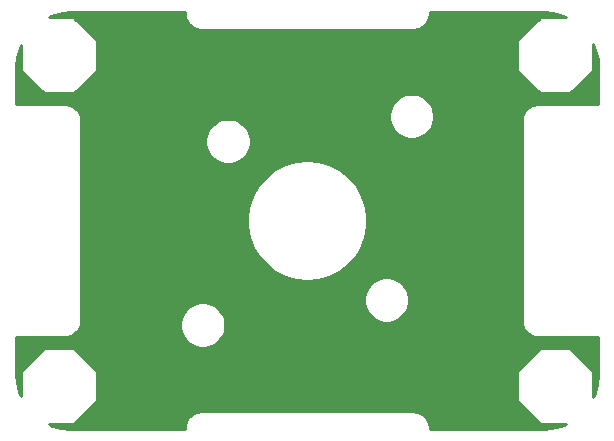
<source format=gbl>
G04 #@! TF.GenerationSoftware,KiCad,Pcbnew,(5.1.9)-1*
G04 #@! TF.CreationDate,2021-08-06T09:52:32+02:00*
G04 #@! TF.ProjectId,Driver,44726976-6572-42e6-9b69-6361645f7063,rev?*
G04 #@! TF.SameCoordinates,Original*
G04 #@! TF.FileFunction,Copper,L2,Bot*
G04 #@! TF.FilePolarity,Positive*
%FSLAX46Y46*%
G04 Gerber Fmt 4.6, Leading zero omitted, Abs format (unit mm)*
G04 Created by KiCad (PCBNEW (5.1.9)-1) date 2021-08-06 09:52:32*
%MOMM*%
%LPD*%
G01*
G04 APERTURE LIST*
G04 #@! TA.AperFunction,SMDPad,CuDef*
%ADD10C,0.600000*%
G04 #@! TD*
G04 #@! TA.AperFunction,Conductor*
%ADD11C,0.254000*%
G04 #@! TD*
G04 #@! TA.AperFunction,Conductor*
%ADD12C,0.100000*%
G04 #@! TD*
G04 APERTURE END LIST*
D10*
X165617904Y-83013591D03*
D11*
X131265905Y-76030883D02*
X131267419Y-76046260D01*
X131267376Y-76052475D01*
X131267856Y-76057367D01*
X131288257Y-76251464D01*
X131294676Y-76282736D01*
X131300650Y-76314053D01*
X131302071Y-76318758D01*
X131359783Y-76505196D01*
X131372130Y-76534567D01*
X131384097Y-76564187D01*
X131386404Y-76568526D01*
X131479229Y-76740203D01*
X131497062Y-76766641D01*
X131514539Y-76793349D01*
X131517646Y-76797158D01*
X131642050Y-76947536D01*
X131664663Y-76969991D01*
X131687008Y-76992810D01*
X131690796Y-76995942D01*
X131842038Y-77119292D01*
X131868580Y-77136927D01*
X131894935Y-77154972D01*
X131899258Y-77157310D01*
X132071581Y-77248935D01*
X132101071Y-77261090D01*
X132130400Y-77273660D01*
X132135095Y-77275114D01*
X132321931Y-77331523D01*
X132353208Y-77337716D01*
X132384432Y-77344353D01*
X132389320Y-77344866D01*
X132583554Y-77363911D01*
X132600612Y-77365591D01*
X150635196Y-77365591D01*
X150650582Y-77364076D01*
X150656788Y-77364119D01*
X150661680Y-77363639D01*
X150855777Y-77343238D01*
X150887049Y-77336819D01*
X150918366Y-77330845D01*
X150923069Y-77329425D01*
X150923075Y-77329423D01*
X151109509Y-77271712D01*
X151138880Y-77259365D01*
X151168500Y-77247398D01*
X151172839Y-77245091D01*
X151344516Y-77152266D01*
X151370954Y-77134433D01*
X151397662Y-77116956D01*
X151401471Y-77113849D01*
X151551849Y-76989445D01*
X151574304Y-76966832D01*
X151597123Y-76944487D01*
X151600255Y-76940699D01*
X151723605Y-76789457D01*
X151741240Y-76762915D01*
X151759285Y-76736560D01*
X151761623Y-76732237D01*
X151853248Y-76559914D01*
X151865403Y-76530424D01*
X151877973Y-76501095D01*
X151879427Y-76496400D01*
X151935836Y-76309564D01*
X151942029Y-76278287D01*
X151948666Y-76247063D01*
X151949179Y-76242175D01*
X151968224Y-76047941D01*
X151969904Y-76030883D01*
X151969904Y-75865591D01*
X161602232Y-75865591D01*
X162440746Y-75940426D01*
X163237579Y-76158415D01*
X163524500Y-76295270D01*
X161387905Y-76295270D01*
X161363129Y-76297710D01*
X161339304Y-76304937D01*
X161317348Y-76316673D01*
X161298102Y-76332467D01*
X159398102Y-78232467D01*
X159382308Y-78251713D01*
X159370572Y-78273669D01*
X159363345Y-78297494D01*
X159360905Y-78322270D01*
X159360905Y-80722270D01*
X159363345Y-80747046D01*
X159370572Y-80770871D01*
X159382308Y-80792827D01*
X159398102Y-80812073D01*
X161298102Y-82712073D01*
X161317348Y-82727867D01*
X161339304Y-82739603D01*
X161363129Y-82746830D01*
X161387905Y-82749270D01*
X163787905Y-82749270D01*
X163812681Y-82746830D01*
X163836506Y-82739603D01*
X163858462Y-82727867D01*
X163877708Y-82712073D01*
X165777708Y-80812073D01*
X165793502Y-80792827D01*
X165805238Y-80770871D01*
X165812465Y-80747046D01*
X165814905Y-80722270D01*
X165814905Y-78560182D01*
X166021806Y-79031515D01*
X166215308Y-79837507D01*
X166265905Y-80526516D01*
X166265904Y-83661591D01*
X161100612Y-83661591D01*
X161085226Y-83663106D01*
X161079019Y-83663063D01*
X161074128Y-83663543D01*
X160880031Y-83683944D01*
X160848759Y-83690363D01*
X160817442Y-83696337D01*
X160812739Y-83697757D01*
X160812733Y-83697759D01*
X160626299Y-83755470D01*
X160596928Y-83767817D01*
X160567308Y-83779784D01*
X160562969Y-83782092D01*
X160391292Y-83874916D01*
X160364854Y-83892749D01*
X160338146Y-83910226D01*
X160334337Y-83913333D01*
X160183959Y-84037737D01*
X160161504Y-84060350D01*
X160138685Y-84082695D01*
X160135553Y-84086483D01*
X160012203Y-84237725D01*
X159994580Y-84264249D01*
X159976523Y-84290621D01*
X159974185Y-84294945D01*
X159882560Y-84467267D01*
X159870405Y-84496757D01*
X159857835Y-84526086D01*
X159856382Y-84530782D01*
X159799972Y-84717618D01*
X159793776Y-84748910D01*
X159787142Y-84780120D01*
X159786629Y-84785008D01*
X159767584Y-84979241D01*
X159765904Y-84996300D01*
X159765905Y-102030883D01*
X159767419Y-102046260D01*
X159767376Y-102052475D01*
X159767856Y-102057367D01*
X159788257Y-102251464D01*
X159794676Y-102282736D01*
X159800650Y-102314053D01*
X159802071Y-102318758D01*
X159859783Y-102505196D01*
X159872130Y-102534567D01*
X159884097Y-102564187D01*
X159886404Y-102568526D01*
X159979229Y-102740203D01*
X159997062Y-102766641D01*
X160014539Y-102793349D01*
X160017646Y-102797158D01*
X160142050Y-102947536D01*
X160164663Y-102969991D01*
X160187008Y-102992810D01*
X160190796Y-102995942D01*
X160342038Y-103119292D01*
X160368580Y-103136927D01*
X160394935Y-103154972D01*
X160399258Y-103157310D01*
X160571581Y-103248935D01*
X160601071Y-103261090D01*
X160630400Y-103273660D01*
X160635095Y-103275114D01*
X160821931Y-103331523D01*
X160853208Y-103337716D01*
X160884432Y-103344353D01*
X160889320Y-103344866D01*
X161083554Y-103363911D01*
X161100612Y-103365591D01*
X166265905Y-103365591D01*
X166265904Y-106497919D01*
X166191069Y-107336433D01*
X165973080Y-108133264D01*
X165814905Y-108464885D01*
X165814905Y-106322270D01*
X165812465Y-106297494D01*
X165805238Y-106273669D01*
X165793502Y-106251713D01*
X165777708Y-106232467D01*
X163877708Y-104332467D01*
X163858462Y-104316673D01*
X163836506Y-104304937D01*
X163812681Y-104297710D01*
X163787905Y-104295270D01*
X161387905Y-104295270D01*
X161363129Y-104297710D01*
X161339304Y-104304937D01*
X161317348Y-104316673D01*
X161298102Y-104332467D01*
X159398102Y-106232467D01*
X159382308Y-106251713D01*
X159370572Y-106273669D01*
X159363345Y-106297494D01*
X159360905Y-106322270D01*
X159360905Y-108722270D01*
X159363345Y-108747046D01*
X159370572Y-108770871D01*
X159382308Y-108792827D01*
X159398102Y-108812073D01*
X161298102Y-110712073D01*
X161317348Y-110727867D01*
X161339304Y-110739603D01*
X161363129Y-110746830D01*
X161387905Y-110749270D01*
X163483202Y-110749270D01*
X163099980Y-110917493D01*
X162293988Y-111110995D01*
X161604993Y-111161591D01*
X151969904Y-111161591D01*
X151969904Y-110996299D01*
X151968389Y-110980913D01*
X151968432Y-110974706D01*
X151967952Y-110969815D01*
X151947551Y-110775718D01*
X151941132Y-110744446D01*
X151935158Y-110713129D01*
X151933737Y-110708424D01*
X151876025Y-110521986D01*
X151863678Y-110492615D01*
X151851711Y-110462995D01*
X151849403Y-110458656D01*
X151756579Y-110286979D01*
X151738746Y-110260541D01*
X151721269Y-110233833D01*
X151718162Y-110230024D01*
X151593758Y-110079646D01*
X151571145Y-110057191D01*
X151548800Y-110034372D01*
X151545012Y-110031240D01*
X151393770Y-109907890D01*
X151367246Y-109890267D01*
X151340874Y-109872210D01*
X151336550Y-109869872D01*
X151164228Y-109778247D01*
X151134738Y-109766092D01*
X151105409Y-109753522D01*
X151100713Y-109752069D01*
X150913877Y-109695659D01*
X150882585Y-109689463D01*
X150851375Y-109682829D01*
X150846487Y-109682316D01*
X150652254Y-109663271D01*
X150635196Y-109661591D01*
X132600612Y-109661591D01*
X132585226Y-109663106D01*
X132579019Y-109663063D01*
X132574128Y-109663543D01*
X132380031Y-109683944D01*
X132348759Y-109690363D01*
X132317442Y-109696337D01*
X132312739Y-109697757D01*
X132312733Y-109697759D01*
X132126299Y-109755470D01*
X132096928Y-109767817D01*
X132067308Y-109779784D01*
X132062969Y-109782092D01*
X131891292Y-109874916D01*
X131864854Y-109892749D01*
X131838146Y-109910226D01*
X131834337Y-109913333D01*
X131683959Y-110037737D01*
X131661504Y-110060350D01*
X131638685Y-110082695D01*
X131635553Y-110086483D01*
X131512203Y-110237725D01*
X131494580Y-110264249D01*
X131476523Y-110290621D01*
X131474185Y-110294945D01*
X131382560Y-110467267D01*
X131370405Y-110496757D01*
X131357835Y-110526086D01*
X131356382Y-110530782D01*
X131299972Y-110717618D01*
X131293776Y-110748910D01*
X131287142Y-110780120D01*
X131286629Y-110785008D01*
X131267633Y-110978746D01*
X131265904Y-110996300D01*
X131265904Y-111161591D01*
X121633576Y-111161591D01*
X120795062Y-111086756D01*
X119998231Y-110868767D01*
X119747700Y-110749270D01*
X121787905Y-110749270D01*
X121812681Y-110746830D01*
X121836506Y-110739603D01*
X121858462Y-110727867D01*
X121877708Y-110712073D01*
X123777708Y-108812073D01*
X123793502Y-108792827D01*
X123805238Y-108770871D01*
X123812465Y-108747046D01*
X123814905Y-108722270D01*
X123814905Y-106322270D01*
X123812465Y-106297494D01*
X123805238Y-106273669D01*
X123793502Y-106251713D01*
X123777708Y-106232467D01*
X121877708Y-104332467D01*
X121858462Y-104316673D01*
X121836506Y-104304937D01*
X121812681Y-104297710D01*
X121787905Y-104295270D01*
X119387905Y-104295270D01*
X119363129Y-104297710D01*
X119339304Y-104304937D01*
X119317348Y-104316673D01*
X119298102Y-104332467D01*
X117398102Y-106232467D01*
X117382308Y-106251713D01*
X117370572Y-106273669D01*
X117363345Y-106297494D01*
X117360905Y-106322270D01*
X117360905Y-108330321D01*
X117214002Y-107995667D01*
X117020500Y-107189675D01*
X116969904Y-106500680D01*
X116969904Y-103365591D01*
X121135196Y-103365591D01*
X121150582Y-103364076D01*
X121156788Y-103364119D01*
X121161680Y-103363639D01*
X121355777Y-103343238D01*
X121387049Y-103336819D01*
X121418366Y-103330845D01*
X121423069Y-103329425D01*
X121423075Y-103329423D01*
X121609509Y-103271712D01*
X121638880Y-103259365D01*
X121668500Y-103247398D01*
X121672839Y-103245091D01*
X121844516Y-103152266D01*
X121870954Y-103134433D01*
X121897662Y-103116956D01*
X121901471Y-103113849D01*
X122051849Y-102989445D01*
X122074304Y-102966832D01*
X122097123Y-102944487D01*
X122100255Y-102940699D01*
X122223605Y-102789457D01*
X122241240Y-102762915D01*
X122259285Y-102736560D01*
X122261623Y-102732237D01*
X122353248Y-102559914D01*
X122365403Y-102530424D01*
X122377973Y-102501095D01*
X122379427Y-102496400D01*
X122435836Y-102309564D01*
X122442029Y-102278287D01*
X122448666Y-102247063D01*
X122449179Y-102242175D01*
X122456729Y-102165173D01*
X130864860Y-102165173D01*
X130864860Y-102542009D01*
X130938378Y-102911605D01*
X131082587Y-103259757D01*
X131291946Y-103573085D01*
X131558410Y-103839549D01*
X131871738Y-104048908D01*
X132219890Y-104193117D01*
X132589486Y-104266635D01*
X132966322Y-104266635D01*
X133335918Y-104193117D01*
X133684070Y-104048908D01*
X133997398Y-103839549D01*
X134263862Y-103573085D01*
X134473221Y-103259757D01*
X134617430Y-102911605D01*
X134690948Y-102542009D01*
X134690948Y-102165173D01*
X134617430Y-101795577D01*
X134473221Y-101447425D01*
X134263862Y-101134097D01*
X133997398Y-100867633D01*
X133684070Y-100658274D01*
X133335918Y-100514065D01*
X132966322Y-100440547D01*
X132589486Y-100440547D01*
X132219890Y-100514065D01*
X131871738Y-100658274D01*
X131558410Y-100867633D01*
X131291946Y-101134097D01*
X131082587Y-101447425D01*
X130938378Y-101795577D01*
X130864860Y-102165173D01*
X122456729Y-102165173D01*
X122468224Y-102047941D01*
X122469904Y-102030883D01*
X122469904Y-100045173D01*
X146424860Y-100045173D01*
X146424860Y-100422009D01*
X146498378Y-100791605D01*
X146642587Y-101139757D01*
X146851946Y-101453085D01*
X147118410Y-101719549D01*
X147431738Y-101928908D01*
X147779890Y-102073117D01*
X148149486Y-102146635D01*
X148526322Y-102146635D01*
X148895918Y-102073117D01*
X149244070Y-101928908D01*
X149557398Y-101719549D01*
X149823862Y-101453085D01*
X150033221Y-101139757D01*
X150177430Y-100791605D01*
X150250948Y-100422009D01*
X150250948Y-100045173D01*
X150177430Y-99675577D01*
X150033221Y-99327425D01*
X149823862Y-99014097D01*
X149557398Y-98747633D01*
X149244070Y-98538274D01*
X148895918Y-98394065D01*
X148526322Y-98320547D01*
X148149486Y-98320547D01*
X147779890Y-98394065D01*
X147431738Y-98538274D01*
X147118410Y-98747633D01*
X146851946Y-99014097D01*
X146642587Y-99327425D01*
X146498378Y-99675577D01*
X146424860Y-100045173D01*
X122469904Y-100045173D01*
X122469904Y-93040992D01*
X136517754Y-93040992D01*
X136517754Y-93986190D01*
X136691433Y-94915293D01*
X137032878Y-95796663D01*
X137530460Y-96600286D01*
X138167235Y-97298795D01*
X138921518Y-97868403D01*
X139767624Y-98289714D01*
X140676739Y-98548379D01*
X141617904Y-98635591D01*
X142559069Y-98548379D01*
X143468184Y-98289714D01*
X144314290Y-97868403D01*
X145068573Y-97298795D01*
X145705348Y-96600286D01*
X146202930Y-95796663D01*
X146544375Y-94915293D01*
X146718054Y-93986190D01*
X146718054Y-93040992D01*
X146544375Y-92111889D01*
X146202930Y-91230519D01*
X145705348Y-90426896D01*
X145068573Y-89728387D01*
X144314290Y-89158779D01*
X143468184Y-88737468D01*
X142559069Y-88478803D01*
X141617904Y-88391591D01*
X140676739Y-88478803D01*
X139767624Y-88737468D01*
X138921518Y-89158779D01*
X138167235Y-89728387D01*
X137530460Y-90426896D01*
X137032878Y-91230519D01*
X136691433Y-92111889D01*
X136517754Y-93040992D01*
X122469904Y-93040992D01*
X122469904Y-86605834D01*
X132994199Y-86605834D01*
X132994199Y-86982670D01*
X133067717Y-87352266D01*
X133211926Y-87700418D01*
X133421285Y-88013746D01*
X133687749Y-88280210D01*
X134001077Y-88489569D01*
X134349229Y-88633778D01*
X134718825Y-88707296D01*
X135095661Y-88707296D01*
X135465257Y-88633778D01*
X135813409Y-88489569D01*
X136126737Y-88280210D01*
X136393201Y-88013746D01*
X136602560Y-87700418D01*
X136746769Y-87352266D01*
X136820287Y-86982670D01*
X136820287Y-86605834D01*
X136746769Y-86236238D01*
X136602560Y-85888086D01*
X136393201Y-85574758D01*
X136126737Y-85308294D01*
X135813409Y-85098935D01*
X135465257Y-84954726D01*
X135095661Y-84881208D01*
X134718825Y-84881208D01*
X134349229Y-84954726D01*
X134001077Y-85098935D01*
X133687749Y-85308294D01*
X133421285Y-85574758D01*
X133211926Y-85888086D01*
X133067717Y-86236238D01*
X132994199Y-86605834D01*
X122469904Y-86605834D01*
X122469904Y-84996299D01*
X122468389Y-84980913D01*
X122468432Y-84974706D01*
X122467952Y-84969815D01*
X122447551Y-84775718D01*
X122441132Y-84744446D01*
X122435158Y-84713129D01*
X122433737Y-84708424D01*
X122376025Y-84521986D01*
X122363678Y-84492615D01*
X122360672Y-84485173D01*
X148544860Y-84485173D01*
X148544860Y-84862009D01*
X148618378Y-85231605D01*
X148762587Y-85579757D01*
X148971946Y-85893085D01*
X149238410Y-86159549D01*
X149551738Y-86368908D01*
X149899890Y-86513117D01*
X150269486Y-86586635D01*
X150646322Y-86586635D01*
X151015918Y-86513117D01*
X151364070Y-86368908D01*
X151677398Y-86159549D01*
X151943862Y-85893085D01*
X152153221Y-85579757D01*
X152297430Y-85231605D01*
X152370948Y-84862009D01*
X152370948Y-84485173D01*
X152297430Y-84115577D01*
X152153221Y-83767425D01*
X151943862Y-83454097D01*
X151677398Y-83187633D01*
X151364070Y-82978274D01*
X151015918Y-82834065D01*
X150646322Y-82760547D01*
X150269486Y-82760547D01*
X149899890Y-82834065D01*
X149551738Y-82978274D01*
X149238410Y-83187633D01*
X148971946Y-83454097D01*
X148762587Y-83767425D01*
X148618378Y-84115577D01*
X148544860Y-84485173D01*
X122360672Y-84485173D01*
X122351711Y-84462995D01*
X122349403Y-84458656D01*
X122256579Y-84286979D01*
X122238746Y-84260541D01*
X122221269Y-84233833D01*
X122218162Y-84230024D01*
X122093758Y-84079646D01*
X122071145Y-84057191D01*
X122048800Y-84034372D01*
X122045012Y-84031240D01*
X121893770Y-83907890D01*
X121867246Y-83890267D01*
X121840874Y-83872210D01*
X121836550Y-83869872D01*
X121664228Y-83778247D01*
X121634738Y-83766092D01*
X121605409Y-83753522D01*
X121600713Y-83752069D01*
X121413877Y-83695659D01*
X121382585Y-83689463D01*
X121351375Y-83682829D01*
X121346487Y-83682316D01*
X121152254Y-83663271D01*
X121135196Y-83661591D01*
X116969904Y-83661591D01*
X116969904Y-80529263D01*
X117044739Y-79690749D01*
X117262728Y-78893916D01*
X117360905Y-78688085D01*
X117360905Y-80722270D01*
X117363345Y-80747046D01*
X117370572Y-80770871D01*
X117382308Y-80792827D01*
X117398102Y-80812073D01*
X119298102Y-82712073D01*
X119317348Y-82727867D01*
X119339304Y-82739603D01*
X119363129Y-82746830D01*
X119387905Y-82749270D01*
X121787905Y-82749270D01*
X121812681Y-82746830D01*
X121836506Y-82739603D01*
X121858462Y-82727867D01*
X121877708Y-82712073D01*
X123777708Y-80812073D01*
X123793502Y-80792827D01*
X123805238Y-80770871D01*
X123812465Y-80747046D01*
X123814905Y-80722270D01*
X123814905Y-78322270D01*
X123812465Y-78297494D01*
X123805238Y-78273669D01*
X123793502Y-78251713D01*
X123777708Y-78232467D01*
X121877708Y-76332467D01*
X121858462Y-76316673D01*
X121836506Y-76304937D01*
X121812681Y-76297710D01*
X121787905Y-76295270D01*
X119713063Y-76295270D01*
X120135828Y-76109689D01*
X120941820Y-75916187D01*
X121630815Y-75865591D01*
X131265905Y-75865591D01*
X131265905Y-76030883D01*
G04 #@! TA.AperFunction,Conductor*
D12*
G36*
X131265905Y-76030883D02*
G01*
X131267419Y-76046260D01*
X131267376Y-76052475D01*
X131267856Y-76057367D01*
X131288257Y-76251464D01*
X131294676Y-76282736D01*
X131300650Y-76314053D01*
X131302071Y-76318758D01*
X131359783Y-76505196D01*
X131372130Y-76534567D01*
X131384097Y-76564187D01*
X131386404Y-76568526D01*
X131479229Y-76740203D01*
X131497062Y-76766641D01*
X131514539Y-76793349D01*
X131517646Y-76797158D01*
X131642050Y-76947536D01*
X131664663Y-76969991D01*
X131687008Y-76992810D01*
X131690796Y-76995942D01*
X131842038Y-77119292D01*
X131868580Y-77136927D01*
X131894935Y-77154972D01*
X131899258Y-77157310D01*
X132071581Y-77248935D01*
X132101071Y-77261090D01*
X132130400Y-77273660D01*
X132135095Y-77275114D01*
X132321931Y-77331523D01*
X132353208Y-77337716D01*
X132384432Y-77344353D01*
X132389320Y-77344866D01*
X132583554Y-77363911D01*
X132600612Y-77365591D01*
X150635196Y-77365591D01*
X150650582Y-77364076D01*
X150656788Y-77364119D01*
X150661680Y-77363639D01*
X150855777Y-77343238D01*
X150887049Y-77336819D01*
X150918366Y-77330845D01*
X150923069Y-77329425D01*
X150923075Y-77329423D01*
X151109509Y-77271712D01*
X151138880Y-77259365D01*
X151168500Y-77247398D01*
X151172839Y-77245091D01*
X151344516Y-77152266D01*
X151370954Y-77134433D01*
X151397662Y-77116956D01*
X151401471Y-77113849D01*
X151551849Y-76989445D01*
X151574304Y-76966832D01*
X151597123Y-76944487D01*
X151600255Y-76940699D01*
X151723605Y-76789457D01*
X151741240Y-76762915D01*
X151759285Y-76736560D01*
X151761623Y-76732237D01*
X151853248Y-76559914D01*
X151865403Y-76530424D01*
X151877973Y-76501095D01*
X151879427Y-76496400D01*
X151935836Y-76309564D01*
X151942029Y-76278287D01*
X151948666Y-76247063D01*
X151949179Y-76242175D01*
X151968224Y-76047941D01*
X151969904Y-76030883D01*
X151969904Y-75865591D01*
X161602232Y-75865591D01*
X162440746Y-75940426D01*
X163237579Y-76158415D01*
X163524500Y-76295270D01*
X161387905Y-76295270D01*
X161363129Y-76297710D01*
X161339304Y-76304937D01*
X161317348Y-76316673D01*
X161298102Y-76332467D01*
X159398102Y-78232467D01*
X159382308Y-78251713D01*
X159370572Y-78273669D01*
X159363345Y-78297494D01*
X159360905Y-78322270D01*
X159360905Y-80722270D01*
X159363345Y-80747046D01*
X159370572Y-80770871D01*
X159382308Y-80792827D01*
X159398102Y-80812073D01*
X161298102Y-82712073D01*
X161317348Y-82727867D01*
X161339304Y-82739603D01*
X161363129Y-82746830D01*
X161387905Y-82749270D01*
X163787905Y-82749270D01*
X163812681Y-82746830D01*
X163836506Y-82739603D01*
X163858462Y-82727867D01*
X163877708Y-82712073D01*
X165777708Y-80812073D01*
X165793502Y-80792827D01*
X165805238Y-80770871D01*
X165812465Y-80747046D01*
X165814905Y-80722270D01*
X165814905Y-78560182D01*
X166021806Y-79031515D01*
X166215308Y-79837507D01*
X166265905Y-80526516D01*
X166265904Y-83661591D01*
X161100612Y-83661591D01*
X161085226Y-83663106D01*
X161079019Y-83663063D01*
X161074128Y-83663543D01*
X160880031Y-83683944D01*
X160848759Y-83690363D01*
X160817442Y-83696337D01*
X160812739Y-83697757D01*
X160812733Y-83697759D01*
X160626299Y-83755470D01*
X160596928Y-83767817D01*
X160567308Y-83779784D01*
X160562969Y-83782092D01*
X160391292Y-83874916D01*
X160364854Y-83892749D01*
X160338146Y-83910226D01*
X160334337Y-83913333D01*
X160183959Y-84037737D01*
X160161504Y-84060350D01*
X160138685Y-84082695D01*
X160135553Y-84086483D01*
X160012203Y-84237725D01*
X159994580Y-84264249D01*
X159976523Y-84290621D01*
X159974185Y-84294945D01*
X159882560Y-84467267D01*
X159870405Y-84496757D01*
X159857835Y-84526086D01*
X159856382Y-84530782D01*
X159799972Y-84717618D01*
X159793776Y-84748910D01*
X159787142Y-84780120D01*
X159786629Y-84785008D01*
X159767584Y-84979241D01*
X159765904Y-84996300D01*
X159765905Y-102030883D01*
X159767419Y-102046260D01*
X159767376Y-102052475D01*
X159767856Y-102057367D01*
X159788257Y-102251464D01*
X159794676Y-102282736D01*
X159800650Y-102314053D01*
X159802071Y-102318758D01*
X159859783Y-102505196D01*
X159872130Y-102534567D01*
X159884097Y-102564187D01*
X159886404Y-102568526D01*
X159979229Y-102740203D01*
X159997062Y-102766641D01*
X160014539Y-102793349D01*
X160017646Y-102797158D01*
X160142050Y-102947536D01*
X160164663Y-102969991D01*
X160187008Y-102992810D01*
X160190796Y-102995942D01*
X160342038Y-103119292D01*
X160368580Y-103136927D01*
X160394935Y-103154972D01*
X160399258Y-103157310D01*
X160571581Y-103248935D01*
X160601071Y-103261090D01*
X160630400Y-103273660D01*
X160635095Y-103275114D01*
X160821931Y-103331523D01*
X160853208Y-103337716D01*
X160884432Y-103344353D01*
X160889320Y-103344866D01*
X161083554Y-103363911D01*
X161100612Y-103365591D01*
X166265905Y-103365591D01*
X166265904Y-106497919D01*
X166191069Y-107336433D01*
X165973080Y-108133264D01*
X165814905Y-108464885D01*
X165814905Y-106322270D01*
X165812465Y-106297494D01*
X165805238Y-106273669D01*
X165793502Y-106251713D01*
X165777708Y-106232467D01*
X163877708Y-104332467D01*
X163858462Y-104316673D01*
X163836506Y-104304937D01*
X163812681Y-104297710D01*
X163787905Y-104295270D01*
X161387905Y-104295270D01*
X161363129Y-104297710D01*
X161339304Y-104304937D01*
X161317348Y-104316673D01*
X161298102Y-104332467D01*
X159398102Y-106232467D01*
X159382308Y-106251713D01*
X159370572Y-106273669D01*
X159363345Y-106297494D01*
X159360905Y-106322270D01*
X159360905Y-108722270D01*
X159363345Y-108747046D01*
X159370572Y-108770871D01*
X159382308Y-108792827D01*
X159398102Y-108812073D01*
X161298102Y-110712073D01*
X161317348Y-110727867D01*
X161339304Y-110739603D01*
X161363129Y-110746830D01*
X161387905Y-110749270D01*
X163483202Y-110749270D01*
X163099980Y-110917493D01*
X162293988Y-111110995D01*
X161604993Y-111161591D01*
X151969904Y-111161591D01*
X151969904Y-110996299D01*
X151968389Y-110980913D01*
X151968432Y-110974706D01*
X151967952Y-110969815D01*
X151947551Y-110775718D01*
X151941132Y-110744446D01*
X151935158Y-110713129D01*
X151933737Y-110708424D01*
X151876025Y-110521986D01*
X151863678Y-110492615D01*
X151851711Y-110462995D01*
X151849403Y-110458656D01*
X151756579Y-110286979D01*
X151738746Y-110260541D01*
X151721269Y-110233833D01*
X151718162Y-110230024D01*
X151593758Y-110079646D01*
X151571145Y-110057191D01*
X151548800Y-110034372D01*
X151545012Y-110031240D01*
X151393770Y-109907890D01*
X151367246Y-109890267D01*
X151340874Y-109872210D01*
X151336550Y-109869872D01*
X151164228Y-109778247D01*
X151134738Y-109766092D01*
X151105409Y-109753522D01*
X151100713Y-109752069D01*
X150913877Y-109695659D01*
X150882585Y-109689463D01*
X150851375Y-109682829D01*
X150846487Y-109682316D01*
X150652254Y-109663271D01*
X150635196Y-109661591D01*
X132600612Y-109661591D01*
X132585226Y-109663106D01*
X132579019Y-109663063D01*
X132574128Y-109663543D01*
X132380031Y-109683944D01*
X132348759Y-109690363D01*
X132317442Y-109696337D01*
X132312739Y-109697757D01*
X132312733Y-109697759D01*
X132126299Y-109755470D01*
X132096928Y-109767817D01*
X132067308Y-109779784D01*
X132062969Y-109782092D01*
X131891292Y-109874916D01*
X131864854Y-109892749D01*
X131838146Y-109910226D01*
X131834337Y-109913333D01*
X131683959Y-110037737D01*
X131661504Y-110060350D01*
X131638685Y-110082695D01*
X131635553Y-110086483D01*
X131512203Y-110237725D01*
X131494580Y-110264249D01*
X131476523Y-110290621D01*
X131474185Y-110294945D01*
X131382560Y-110467267D01*
X131370405Y-110496757D01*
X131357835Y-110526086D01*
X131356382Y-110530782D01*
X131299972Y-110717618D01*
X131293776Y-110748910D01*
X131287142Y-110780120D01*
X131286629Y-110785008D01*
X131267633Y-110978746D01*
X131265904Y-110996300D01*
X131265904Y-111161591D01*
X121633576Y-111161591D01*
X120795062Y-111086756D01*
X119998231Y-110868767D01*
X119747700Y-110749270D01*
X121787905Y-110749270D01*
X121812681Y-110746830D01*
X121836506Y-110739603D01*
X121858462Y-110727867D01*
X121877708Y-110712073D01*
X123777708Y-108812073D01*
X123793502Y-108792827D01*
X123805238Y-108770871D01*
X123812465Y-108747046D01*
X123814905Y-108722270D01*
X123814905Y-106322270D01*
X123812465Y-106297494D01*
X123805238Y-106273669D01*
X123793502Y-106251713D01*
X123777708Y-106232467D01*
X121877708Y-104332467D01*
X121858462Y-104316673D01*
X121836506Y-104304937D01*
X121812681Y-104297710D01*
X121787905Y-104295270D01*
X119387905Y-104295270D01*
X119363129Y-104297710D01*
X119339304Y-104304937D01*
X119317348Y-104316673D01*
X119298102Y-104332467D01*
X117398102Y-106232467D01*
X117382308Y-106251713D01*
X117370572Y-106273669D01*
X117363345Y-106297494D01*
X117360905Y-106322270D01*
X117360905Y-108330321D01*
X117214002Y-107995667D01*
X117020500Y-107189675D01*
X116969904Y-106500680D01*
X116969904Y-103365591D01*
X121135196Y-103365591D01*
X121150582Y-103364076D01*
X121156788Y-103364119D01*
X121161680Y-103363639D01*
X121355777Y-103343238D01*
X121387049Y-103336819D01*
X121418366Y-103330845D01*
X121423069Y-103329425D01*
X121423075Y-103329423D01*
X121609509Y-103271712D01*
X121638880Y-103259365D01*
X121668500Y-103247398D01*
X121672839Y-103245091D01*
X121844516Y-103152266D01*
X121870954Y-103134433D01*
X121897662Y-103116956D01*
X121901471Y-103113849D01*
X122051849Y-102989445D01*
X122074304Y-102966832D01*
X122097123Y-102944487D01*
X122100255Y-102940699D01*
X122223605Y-102789457D01*
X122241240Y-102762915D01*
X122259285Y-102736560D01*
X122261623Y-102732237D01*
X122353248Y-102559914D01*
X122365403Y-102530424D01*
X122377973Y-102501095D01*
X122379427Y-102496400D01*
X122435836Y-102309564D01*
X122442029Y-102278287D01*
X122448666Y-102247063D01*
X122449179Y-102242175D01*
X122456729Y-102165173D01*
X130864860Y-102165173D01*
X130864860Y-102542009D01*
X130938378Y-102911605D01*
X131082587Y-103259757D01*
X131291946Y-103573085D01*
X131558410Y-103839549D01*
X131871738Y-104048908D01*
X132219890Y-104193117D01*
X132589486Y-104266635D01*
X132966322Y-104266635D01*
X133335918Y-104193117D01*
X133684070Y-104048908D01*
X133997398Y-103839549D01*
X134263862Y-103573085D01*
X134473221Y-103259757D01*
X134617430Y-102911605D01*
X134690948Y-102542009D01*
X134690948Y-102165173D01*
X134617430Y-101795577D01*
X134473221Y-101447425D01*
X134263862Y-101134097D01*
X133997398Y-100867633D01*
X133684070Y-100658274D01*
X133335918Y-100514065D01*
X132966322Y-100440547D01*
X132589486Y-100440547D01*
X132219890Y-100514065D01*
X131871738Y-100658274D01*
X131558410Y-100867633D01*
X131291946Y-101134097D01*
X131082587Y-101447425D01*
X130938378Y-101795577D01*
X130864860Y-102165173D01*
X122456729Y-102165173D01*
X122468224Y-102047941D01*
X122469904Y-102030883D01*
X122469904Y-100045173D01*
X146424860Y-100045173D01*
X146424860Y-100422009D01*
X146498378Y-100791605D01*
X146642587Y-101139757D01*
X146851946Y-101453085D01*
X147118410Y-101719549D01*
X147431738Y-101928908D01*
X147779890Y-102073117D01*
X148149486Y-102146635D01*
X148526322Y-102146635D01*
X148895918Y-102073117D01*
X149244070Y-101928908D01*
X149557398Y-101719549D01*
X149823862Y-101453085D01*
X150033221Y-101139757D01*
X150177430Y-100791605D01*
X150250948Y-100422009D01*
X150250948Y-100045173D01*
X150177430Y-99675577D01*
X150033221Y-99327425D01*
X149823862Y-99014097D01*
X149557398Y-98747633D01*
X149244070Y-98538274D01*
X148895918Y-98394065D01*
X148526322Y-98320547D01*
X148149486Y-98320547D01*
X147779890Y-98394065D01*
X147431738Y-98538274D01*
X147118410Y-98747633D01*
X146851946Y-99014097D01*
X146642587Y-99327425D01*
X146498378Y-99675577D01*
X146424860Y-100045173D01*
X122469904Y-100045173D01*
X122469904Y-93040992D01*
X136517754Y-93040992D01*
X136517754Y-93986190D01*
X136691433Y-94915293D01*
X137032878Y-95796663D01*
X137530460Y-96600286D01*
X138167235Y-97298795D01*
X138921518Y-97868403D01*
X139767624Y-98289714D01*
X140676739Y-98548379D01*
X141617904Y-98635591D01*
X142559069Y-98548379D01*
X143468184Y-98289714D01*
X144314290Y-97868403D01*
X145068573Y-97298795D01*
X145705348Y-96600286D01*
X146202930Y-95796663D01*
X146544375Y-94915293D01*
X146718054Y-93986190D01*
X146718054Y-93040992D01*
X146544375Y-92111889D01*
X146202930Y-91230519D01*
X145705348Y-90426896D01*
X145068573Y-89728387D01*
X144314290Y-89158779D01*
X143468184Y-88737468D01*
X142559069Y-88478803D01*
X141617904Y-88391591D01*
X140676739Y-88478803D01*
X139767624Y-88737468D01*
X138921518Y-89158779D01*
X138167235Y-89728387D01*
X137530460Y-90426896D01*
X137032878Y-91230519D01*
X136691433Y-92111889D01*
X136517754Y-93040992D01*
X122469904Y-93040992D01*
X122469904Y-86605834D01*
X132994199Y-86605834D01*
X132994199Y-86982670D01*
X133067717Y-87352266D01*
X133211926Y-87700418D01*
X133421285Y-88013746D01*
X133687749Y-88280210D01*
X134001077Y-88489569D01*
X134349229Y-88633778D01*
X134718825Y-88707296D01*
X135095661Y-88707296D01*
X135465257Y-88633778D01*
X135813409Y-88489569D01*
X136126737Y-88280210D01*
X136393201Y-88013746D01*
X136602560Y-87700418D01*
X136746769Y-87352266D01*
X136820287Y-86982670D01*
X136820287Y-86605834D01*
X136746769Y-86236238D01*
X136602560Y-85888086D01*
X136393201Y-85574758D01*
X136126737Y-85308294D01*
X135813409Y-85098935D01*
X135465257Y-84954726D01*
X135095661Y-84881208D01*
X134718825Y-84881208D01*
X134349229Y-84954726D01*
X134001077Y-85098935D01*
X133687749Y-85308294D01*
X133421285Y-85574758D01*
X133211926Y-85888086D01*
X133067717Y-86236238D01*
X132994199Y-86605834D01*
X122469904Y-86605834D01*
X122469904Y-84996299D01*
X122468389Y-84980913D01*
X122468432Y-84974706D01*
X122467952Y-84969815D01*
X122447551Y-84775718D01*
X122441132Y-84744446D01*
X122435158Y-84713129D01*
X122433737Y-84708424D01*
X122376025Y-84521986D01*
X122363678Y-84492615D01*
X122360672Y-84485173D01*
X148544860Y-84485173D01*
X148544860Y-84862009D01*
X148618378Y-85231605D01*
X148762587Y-85579757D01*
X148971946Y-85893085D01*
X149238410Y-86159549D01*
X149551738Y-86368908D01*
X149899890Y-86513117D01*
X150269486Y-86586635D01*
X150646322Y-86586635D01*
X151015918Y-86513117D01*
X151364070Y-86368908D01*
X151677398Y-86159549D01*
X151943862Y-85893085D01*
X152153221Y-85579757D01*
X152297430Y-85231605D01*
X152370948Y-84862009D01*
X152370948Y-84485173D01*
X152297430Y-84115577D01*
X152153221Y-83767425D01*
X151943862Y-83454097D01*
X151677398Y-83187633D01*
X151364070Y-82978274D01*
X151015918Y-82834065D01*
X150646322Y-82760547D01*
X150269486Y-82760547D01*
X149899890Y-82834065D01*
X149551738Y-82978274D01*
X149238410Y-83187633D01*
X148971946Y-83454097D01*
X148762587Y-83767425D01*
X148618378Y-84115577D01*
X148544860Y-84485173D01*
X122360672Y-84485173D01*
X122351711Y-84462995D01*
X122349403Y-84458656D01*
X122256579Y-84286979D01*
X122238746Y-84260541D01*
X122221269Y-84233833D01*
X122218162Y-84230024D01*
X122093758Y-84079646D01*
X122071145Y-84057191D01*
X122048800Y-84034372D01*
X122045012Y-84031240D01*
X121893770Y-83907890D01*
X121867246Y-83890267D01*
X121840874Y-83872210D01*
X121836550Y-83869872D01*
X121664228Y-83778247D01*
X121634738Y-83766092D01*
X121605409Y-83753522D01*
X121600713Y-83752069D01*
X121413877Y-83695659D01*
X121382585Y-83689463D01*
X121351375Y-83682829D01*
X121346487Y-83682316D01*
X121152254Y-83663271D01*
X121135196Y-83661591D01*
X116969904Y-83661591D01*
X116969904Y-80529263D01*
X117044739Y-79690749D01*
X117262728Y-78893916D01*
X117360905Y-78688085D01*
X117360905Y-80722270D01*
X117363345Y-80747046D01*
X117370572Y-80770871D01*
X117382308Y-80792827D01*
X117398102Y-80812073D01*
X119298102Y-82712073D01*
X119317348Y-82727867D01*
X119339304Y-82739603D01*
X119363129Y-82746830D01*
X119387905Y-82749270D01*
X121787905Y-82749270D01*
X121812681Y-82746830D01*
X121836506Y-82739603D01*
X121858462Y-82727867D01*
X121877708Y-82712073D01*
X123777708Y-80812073D01*
X123793502Y-80792827D01*
X123805238Y-80770871D01*
X123812465Y-80747046D01*
X123814905Y-80722270D01*
X123814905Y-78322270D01*
X123812465Y-78297494D01*
X123805238Y-78273669D01*
X123793502Y-78251713D01*
X123777708Y-78232467D01*
X121877708Y-76332467D01*
X121858462Y-76316673D01*
X121836506Y-76304937D01*
X121812681Y-76297710D01*
X121787905Y-76295270D01*
X119713063Y-76295270D01*
X120135828Y-76109689D01*
X120941820Y-75916187D01*
X121630815Y-75865591D01*
X131265905Y-75865591D01*
X131265905Y-76030883D01*
G37*
G04 #@! TD.AperFunction*
M02*

</source>
